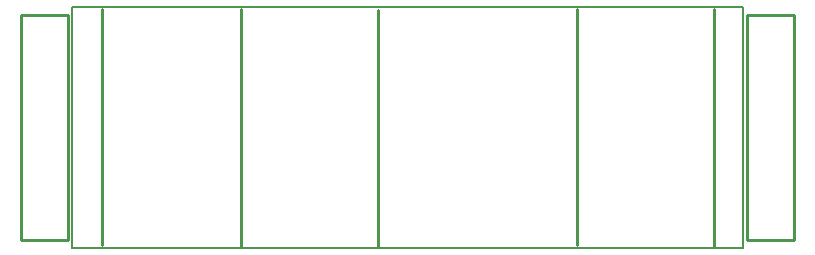
<source format=gto>
G04*
G04 #@! TF.GenerationSoftware,Altium Limited,Altium Designer,20.0.2 (26)*
G04*
G04 Layer_Color=65535*
%FSLAX25Y25*%
%MOIN*%
G70*
G01*
G75*
%ADD10C,0.00787*%
%ADD11C,0.01000*%
D10*
X359261Y311417D02*
X582883D01*
Y231102D02*
Y311417D01*
X359261Y231102D02*
X582883D01*
X359261D02*
Y311417D01*
D11*
X461122Y231398D02*
Y310433D01*
X342126Y233760D02*
X357874D01*
Y308563D01*
X342126D02*
X357874D01*
X342126Y233760D02*
Y308563D01*
X584173Y233760D02*
X599921D01*
Y308563D01*
X584173D02*
X599921D01*
X584173Y233760D02*
Y308563D01*
X369193Y232087D02*
Y310532D01*
X415453Y231693D02*
Y310728D01*
X573032Y231595D02*
Y310532D01*
X527461Y231890D02*
Y310532D01*
M02*

</source>
